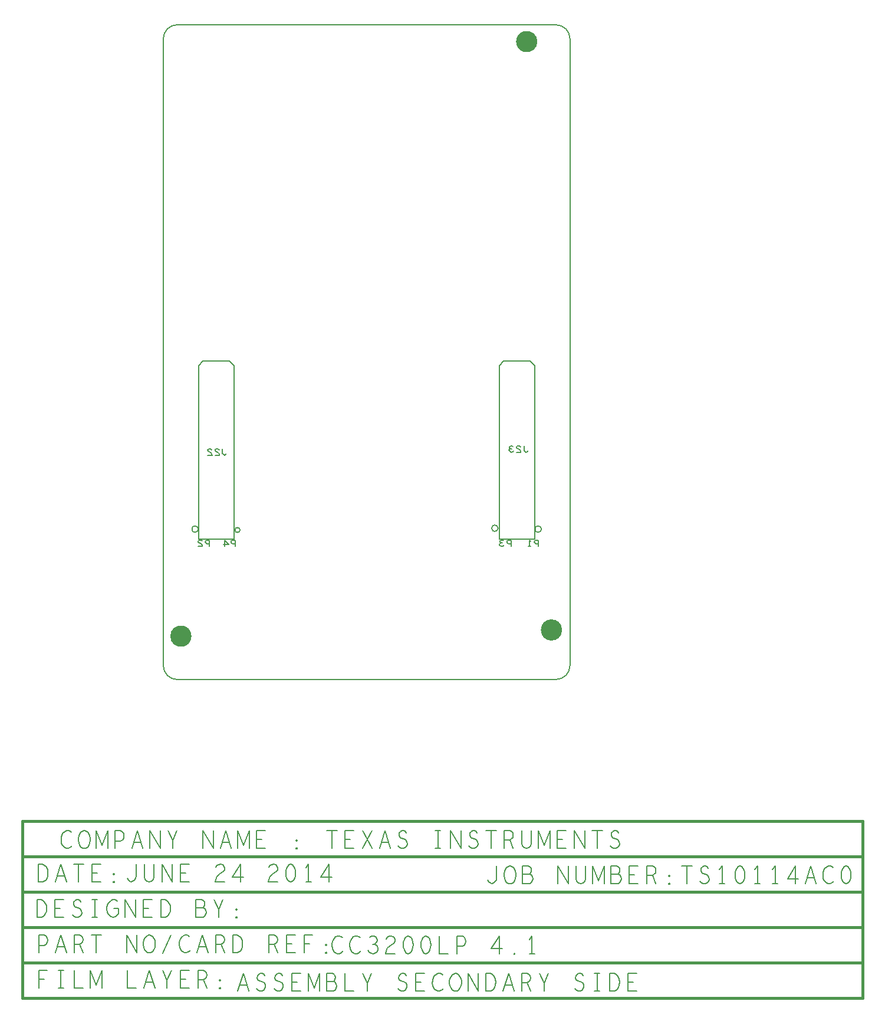
<source format=gbr>
G04 ================== begin FILE IDENTIFICATION RECORD ==================*
G04 Layout Name:  CC3200-LAUNCHXL_BRD_Rev4p1_20140624.brd*
G04 Film Name:    ASB.gbr*
G04 File Format:  Gerber RS274X*
G04 File Origin:  Cadence Allegro 16.6-P004*
G04 Origin Date:  Tue Jun 24 08:36:08 2014*
G04 *
G04 Layer:  REF DES/ASSEMBLY_BOTTOM*
G04 Layer:  PACKAGE GEOMETRY/ASSEMBLY_BOTTOM*
G04 Layer:  DRAWING FORMAT/ASB*
G04 Layer:  DRAWING FORMAT/FILM_LABEL_OUTLINE*
G04 Layer:  BOARD GEOMETRY/OUTLINE*
G04 Layer:  BOARD GEOMETRY/ASB*
G04 Layer:  BOARD GEOMETRY/AST*
G04 *
G04 Offset:    (0.0000 0.0000)*
G04 Mirror:    No*
G04 Mode:      Positive*
G04 Rotation:  0*
G04 FullContactRelief:  No*
G04 UndefLineWidth:     6.0000*
G04 ================== end FILE IDENTIFICATION RECORD ====================*
%FSLAX25Y25*MOIN*%
%IR0*IPPOS*OFA0.00000B0.00000*MIA0B0*SFA1.00000B1.00000*%
%ADD10C,.015*%
%ADD11C,.006*%
G75*
%LPD*%
G75*
G36*
G01X16000Y24500D02*
G02I-6000J0D01*
G37*
G36*
G01X225500Y28000D02*
G02I-6000J0D01*
G37*
G36*
G01X211500Y360500D02*
G02I-6000J0D01*
G37*
G54D10*
G01X-77102Y-80133D02*
X395398D01*
Y-180133D01*
X-79602D01*
Y-80133D01*
X-77102D01*
G01X-79602Y-160133D02*
X395398D01*
G01X-79602Y-140133D02*
X395398D01*
G01X-79602Y-120133D02*
X395398D01*
G01X-79602Y-100133D02*
X395398D01*
G54D11*
G01X40717Y75333D02*
Y78833D01*
X39317D01*
X38850Y78658D01*
X38500Y78250D01*
X38383Y77783D01*
X38500Y77317D01*
X38792Y76967D01*
X39317Y76792D01*
X40717D01*
G01X34750Y75333D02*
Y78833D01*
X36908Y76325D01*
X33992D01*
G01X26217Y75333D02*
Y78833D01*
X24817D01*
X24350Y78658D01*
X24000Y78250D01*
X23883Y77783D01*
X24000Y77317D01*
X24292Y76967D01*
X24817Y76792D01*
X26217D01*
G01X22058Y78250D02*
X21708Y78600D01*
X21300Y78775D01*
X20833Y78833D01*
X20250Y78717D01*
X19842Y78425D01*
X19725Y78075D01*
X19783Y77725D01*
X20017Y77433D01*
X21183Y76850D01*
X21708Y76442D01*
X22058Y75858D01*
X22175Y75333D01*
X19725D01*
G01X35767Y127533D02*
X35475Y127183D01*
X35125Y126950D01*
X34717Y126833D01*
X34250Y126950D01*
X33900Y127183D01*
X33550Y127533D01*
X33433Y128000D01*
Y130333D01*
G01X31608Y129750D02*
X31258Y130100D01*
X30850Y130275D01*
X30383Y130333D01*
X29800Y130217D01*
X29392Y129925D01*
X29275Y129575D01*
X29333Y129225D01*
X29567Y128933D01*
X30733Y128350D01*
X31258Y127942D01*
X31608Y127358D01*
X31725Y126833D01*
X29275D01*
G01X27508Y129750D02*
X27158Y130100D01*
X26750Y130275D01*
X26283Y130333D01*
X25700Y130217D01*
X25292Y129925D01*
X25175Y129575D01*
X25233Y129225D01*
X25467Y128933D01*
X26633Y128350D01*
X27158Y127942D01*
X27508Y127358D01*
X27625Y126833D01*
X25175D01*
G01X196717Y75333D02*
Y78833D01*
X195317D01*
X194850Y78658D01*
X194500Y78250D01*
X194383Y77783D01*
X194500Y77317D01*
X194792Y76967D01*
X195317Y76792D01*
X196717D01*
G01X192733Y76033D02*
X192383Y75625D01*
X191917Y75392D01*
X191392Y75333D01*
X190925Y75392D01*
X190458Y75683D01*
X190167Y76033D01*
X190108Y76383D01*
X190225Y76792D01*
X190633Y77083D01*
X191042Y77200D01*
X191567D01*
G01X191042D02*
X190692Y77375D01*
X190400Y77667D01*
X190283Y78017D01*
X190400Y78367D01*
X190692Y78658D01*
X191217Y78833D01*
X191742Y78775D01*
X192267Y78542D01*
G01X212217Y75333D02*
Y78833D01*
X210817D01*
X210350Y78658D01*
X210000Y78250D01*
X209883Y77783D01*
X210000Y77317D01*
X210292Y76967D01*
X210817Y76792D01*
X212217D01*
G01X206950Y75333D02*
Y78833D01*
X207650Y78133D01*
G01Y75333D02*
X206250D01*
G01X206267Y129200D02*
X205975Y128850D01*
X205625Y128617D01*
X205217Y128500D01*
X204750Y128617D01*
X204400Y128850D01*
X204050Y129200D01*
X203933Y129667D01*
Y132000D01*
G01X202108Y131417D02*
X201758Y131767D01*
X201350Y131942D01*
X200883Y132000D01*
X200300Y131883D01*
X199892Y131592D01*
X199775Y131242D01*
X199833Y130892D01*
X200067Y130600D01*
X201233Y130017D01*
X201758Y129608D01*
X202108Y129025D01*
X202225Y128500D01*
X199775D01*
G01X198183Y129200D02*
X197833Y128792D01*
X197367Y128558D01*
X196842Y128500D01*
X196375Y128558D01*
X195908Y128850D01*
X195617Y129200D01*
X195558Y129550D01*
X195675Y129958D01*
X196083Y130250D01*
X196492Y130367D01*
X197017D01*
G01X196492D02*
X196142Y130542D01*
X195850Y130833D01*
X195733Y131183D01*
X195850Y131533D01*
X196142Y131825D01*
X196667Y132000D01*
X197192Y131942D01*
X197717Y131708D01*
G01X-70227Y-174333D02*
Y-164333D01*
X-65477D01*
G01X-67227Y-169166D02*
X-70227D01*
G01X-59352Y-164333D02*
X-56352D01*
G01X-57852D02*
Y-174333D01*
G01X-59352D02*
X-56352D01*
G01X-50352Y-164333D02*
Y-174333D01*
X-45352D01*
G01X-41102D02*
Y-164333D01*
X-37852Y-172666D01*
X-34602Y-164333D01*
Y-174333D01*
G01X-20352Y-164333D02*
Y-174333D01*
X-15352D01*
G01X-10977D02*
X-7852Y-164333D01*
X-4727Y-174333D01*
G01X-5852Y-170833D02*
X-9852D01*
G01X2148Y-174333D02*
Y-169833D01*
X-352Y-164333D01*
G01X4648D02*
X2148Y-169833D01*
G01X14648Y-174333D02*
X9648D01*
Y-164333D01*
X14648D01*
G01X12648Y-169166D02*
X9648D01*
G01X19648Y-174333D02*
Y-164333D01*
X22773D01*
X23773Y-164833D01*
X24398Y-165500D01*
X24648Y-166833D01*
X24398Y-168166D01*
X23648Y-169000D01*
X22773Y-169500D01*
X19648D01*
G01X22773D02*
X24648Y-174333D01*
G01X32148Y-174666D02*
X31898Y-174500D01*
Y-174166D01*
X32148Y-174000D01*
X32398Y-174166D01*
Y-174500D01*
X32148Y-174666D01*
G01Y-170167D02*
X31898Y-170000D01*
Y-169666D01*
X32148Y-169500D01*
X32398Y-169666D01*
Y-170000D01*
X32148Y-170167D01*
G01X-70352Y-154333D02*
Y-144333D01*
X-67352D01*
X-66352Y-144833D01*
X-65602Y-146000D01*
X-65352Y-147333D01*
X-65602Y-148666D01*
X-66227Y-149666D01*
X-67352Y-150167D01*
X-70352D01*
G01X-60977Y-154333D02*
X-57852Y-144333D01*
X-54727Y-154333D01*
G01X-55852Y-150833D02*
X-59852D01*
G01X-50352Y-154333D02*
Y-144333D01*
X-47227D01*
X-46227Y-144833D01*
X-45602Y-145500D01*
X-45352Y-146833D01*
X-45602Y-148166D01*
X-46352Y-149000D01*
X-47227Y-149500D01*
X-50352D01*
G01X-47227D02*
X-45352Y-154333D01*
G01X-37852Y-144333D02*
Y-154333D01*
G01X-40727Y-144333D02*
X-34977D01*
G01X-20727Y-154333D02*
Y-144333D01*
X-14977Y-154333D01*
Y-144333D01*
G01X-7852Y-154333D02*
X-8852Y-154166D01*
X-9727Y-153500D01*
X-10477Y-152500D01*
X-10977Y-151333D01*
X-11227Y-150000D01*
Y-148666D01*
X-10977Y-147333D01*
X-10477Y-146166D01*
X-9727Y-145166D01*
X-8852Y-144500D01*
X-7852Y-144333D01*
X-6852Y-144500D01*
X-5977Y-145166D01*
X-5227Y-146166D01*
X-4727Y-147333D01*
X-4477Y-148666D01*
Y-150000D01*
X-4727Y-151333D01*
X-5227Y-152500D01*
X-5977Y-153500D01*
X-6852Y-154166D01*
X-7852Y-154333D01*
G01X-102Y-154666D02*
X4398Y-144333D01*
G01X14898Y-145166D02*
X14148Y-144666D01*
X13273Y-144333D01*
X12273D01*
X11148Y-144833D01*
X10273Y-145666D01*
X9648Y-146666D01*
X9148Y-148333D01*
X9023Y-149833D01*
X9273Y-151333D01*
X9648Y-152333D01*
X10398Y-153333D01*
X11273Y-154000D01*
X12148Y-154333D01*
X13023D01*
X13898Y-154000D01*
X14648Y-153500D01*
X15273Y-152833D01*
G01X19023Y-154333D02*
X22148Y-144333D01*
X25273Y-154333D01*
G01X24148Y-150833D02*
X20148D01*
G01X29648Y-154333D02*
Y-144333D01*
X32773D01*
X33773Y-144833D01*
X34398Y-145500D01*
X34648Y-146833D01*
X34398Y-148166D01*
X33648Y-149000D01*
X32773Y-149500D01*
X29648D01*
G01X32773D02*
X34648Y-154333D01*
G01X39398D02*
Y-144333D01*
X41898D01*
X42898Y-144833D01*
X43648Y-145500D01*
X44273Y-146500D01*
X44773Y-147667D01*
X44898Y-149333D01*
X44773Y-151000D01*
X44273Y-152166D01*
X43648Y-153167D01*
X42898Y-153833D01*
X41898Y-154333D01*
X39398D01*
G01X59648D02*
Y-144333D01*
X62773D01*
X63773Y-144833D01*
X64398Y-145500D01*
X64648Y-146833D01*
X64398Y-148166D01*
X63648Y-149000D01*
X62773Y-149500D01*
X59648D01*
G01X62773D02*
X64648Y-154333D01*
G01X74648D02*
X69648D01*
Y-144333D01*
X74648D01*
G01X72648Y-149166D02*
X69648D01*
G01X79773Y-154333D02*
Y-144333D01*
X84523D01*
G01X82773Y-149166D02*
X79773D01*
G01X92148Y-154666D02*
X91898Y-154500D01*
Y-154166D01*
X92148Y-154000D01*
X92398Y-154166D01*
Y-154500D01*
X92148Y-154666D01*
G01Y-150167D02*
X91898Y-150000D01*
Y-149666D01*
X92148Y-149500D01*
X92398Y-149666D01*
Y-150000D01*
X92148Y-150167D01*
G01X-71352Y-134463D02*
Y-124463D01*
X-68852D01*
X-67852Y-124963D01*
X-67102Y-125630D01*
X-66477Y-126630D01*
X-65977Y-127797D01*
X-65852Y-129463D01*
X-65977Y-131130D01*
X-66477Y-132296D01*
X-67102Y-133297D01*
X-67852Y-133963D01*
X-68852Y-134463D01*
X-71352D01*
G01X-56102D02*
X-61102D01*
Y-124463D01*
X-56102D01*
G01X-58102Y-129296D02*
X-61102D01*
G01X-51227Y-133130D02*
X-50227Y-133963D01*
X-49102Y-134463D01*
X-48102D01*
X-47102Y-133963D01*
X-46352Y-133130D01*
X-45977Y-131963D01*
X-46227Y-130797D01*
X-46852Y-129796D01*
X-47977Y-129130D01*
X-49477Y-128796D01*
X-50352Y-128130D01*
X-50727Y-126963D01*
X-50477Y-125796D01*
X-49852Y-124963D01*
X-48977Y-124463D01*
X-48102D01*
X-47227Y-124796D01*
X-46477Y-125630D01*
G01X-40102Y-124463D02*
X-37102D01*
G01X-38602D02*
Y-134463D01*
G01X-40102D02*
X-37102D01*
G01X-27852Y-129463D02*
X-25352D01*
Y-132463D01*
X-26102Y-133463D01*
X-26977Y-134130D01*
X-28227Y-134463D01*
X-29477Y-134130D01*
X-30352Y-133463D01*
X-31102Y-132463D01*
X-31602Y-131296D01*
X-31852Y-129963D01*
Y-128796D01*
X-31602Y-127797D01*
X-31102Y-126630D01*
X-30352Y-125630D01*
X-29602Y-124963D01*
X-28602Y-124463D01*
X-27727D01*
X-26727Y-124796D01*
X-25977Y-125463D01*
G01X-21477Y-134463D02*
Y-124463D01*
X-15727Y-134463D01*
Y-124463D01*
G01X-6102Y-134463D02*
X-11102D01*
Y-124463D01*
X-6102D01*
G01X-8102Y-129296D02*
X-11102D01*
G01X-1352Y-134463D02*
Y-124463D01*
X1148D01*
X2148Y-124963D01*
X2898Y-125630D01*
X3523Y-126630D01*
X4023Y-127797D01*
X4148Y-129463D01*
X4023Y-131130D01*
X3523Y-132296D01*
X2898Y-133297D01*
X2148Y-133963D01*
X1148Y-134463D01*
X-1352D01*
G01X22398Y-129130D02*
X22898Y-128630D01*
X23273Y-127797D01*
X23523Y-126630D01*
X23273Y-125630D01*
X22773Y-124963D01*
X21898Y-124463D01*
X18523D01*
Y-134463D01*
X22648D01*
X23523Y-133796D01*
X24023Y-132796D01*
X24273Y-131630D01*
X24023Y-130463D01*
X23273Y-129463D01*
X22398Y-129130D01*
X18523D01*
G01X31398Y-134463D02*
Y-129963D01*
X28898Y-124463D01*
G01X33898D02*
X31398Y-129963D01*
G01X41398Y-134796D02*
X41148Y-134630D01*
Y-134296D01*
X41398Y-134130D01*
X41648Y-134296D01*
Y-134630D01*
X41398Y-134796D01*
G01Y-130297D02*
X41148Y-130130D01*
Y-129796D01*
X41398Y-129630D01*
X41648Y-129796D01*
Y-130130D01*
X41398Y-130297D01*
G01X-70602Y-114333D02*
Y-104333D01*
X-68102D01*
X-67102Y-104833D01*
X-66352Y-105500D01*
X-65727Y-106500D01*
X-65227Y-107667D01*
X-65102Y-109333D01*
X-65227Y-111000D01*
X-65727Y-112166D01*
X-66352Y-113167D01*
X-67102Y-113833D01*
X-68102Y-114333D01*
X-70602D01*
G01X-60977D02*
X-57852Y-104333D01*
X-54727Y-114333D01*
G01X-55852Y-110833D02*
X-59852D01*
G01X-47852Y-104333D02*
Y-114333D01*
G01X-50727Y-104333D02*
X-44977D01*
G01X-35352Y-114333D02*
X-40352D01*
Y-104333D01*
X-35352D01*
G01X-37352Y-109166D02*
X-40352D01*
G01X-27852Y-114666D02*
X-28102Y-114500D01*
Y-114166D01*
X-27852Y-114000D01*
X-27602Y-114166D01*
Y-114500D01*
X-27852Y-114666D01*
G01Y-110167D02*
X-28102Y-110000D01*
Y-109666D01*
X-27852Y-109500D01*
X-27602Y-109666D01*
Y-110000D01*
X-27852Y-110167D01*
G01X-20352Y-112333D02*
X-19727Y-113333D01*
X-18977Y-114000D01*
X-18102Y-114333D01*
X-17102Y-114000D01*
X-16352Y-113333D01*
X-15602Y-112333D01*
X-15352Y-111000D01*
Y-104333D01*
G01X-10602D02*
Y-111500D01*
X-10102Y-113000D01*
X-9102Y-114000D01*
X-7852Y-114333D01*
X-6602Y-114000D01*
X-5602Y-113000D01*
X-5102Y-111500D01*
Y-104333D01*
G01X-727Y-114333D02*
Y-104333D01*
X5023Y-114333D01*
Y-104333D01*
G01X14648Y-114333D02*
X9648D01*
Y-104333D01*
X14648D01*
G01X12648Y-109166D02*
X9648D01*
G01X29773Y-106000D02*
X30523Y-105000D01*
X31398Y-104500D01*
X32398Y-104333D01*
X33648Y-104666D01*
X34523Y-105500D01*
X34773Y-106500D01*
X34648Y-107500D01*
X34148Y-108333D01*
X31648Y-110000D01*
X30523Y-111166D01*
X29773Y-112833D01*
X29523Y-114333D01*
X34773D01*
G01X43648D02*
Y-104333D01*
X39023Y-111500D01*
X45273D01*
G01X59773Y-106000D02*
X60523Y-105000D01*
X61398Y-104500D01*
X62398Y-104333D01*
X63648Y-104666D01*
X64523Y-105500D01*
X64773Y-106500D01*
X64648Y-107500D01*
X64148Y-108333D01*
X61648Y-110000D01*
X60523Y-111166D01*
X59773Y-112833D01*
X59523Y-114333D01*
X64773D01*
G01X72148Y-104333D02*
X71148Y-104666D01*
X70398Y-105500D01*
X69898Y-106500D01*
X69523Y-107833D01*
X69398Y-109333D01*
X69523Y-110833D01*
X69898Y-112166D01*
X70398Y-113167D01*
X71148Y-114000D01*
X72148Y-114333D01*
X73148Y-114000D01*
X73898Y-113167D01*
X74398Y-112166D01*
X74773Y-110833D01*
X74898Y-109333D01*
X74773Y-107833D01*
X74398Y-106500D01*
X73898Y-105500D01*
X73148Y-104666D01*
X72148Y-104333D01*
G01X82148Y-114333D02*
Y-104333D01*
X80648Y-106333D01*
G01Y-114333D02*
X83648D01*
G01X93648D02*
Y-104333D01*
X89023Y-111500D01*
X95273D01*
G01X-51852Y-86296D02*
X-52602Y-85796D01*
X-53477Y-85463D01*
X-54477D01*
X-55602Y-85963D01*
X-56477Y-86796D01*
X-57102Y-87796D01*
X-57602Y-89463D01*
X-57727Y-90963D01*
X-57477Y-92463D01*
X-57102Y-93463D01*
X-56352Y-94463D01*
X-55477Y-95130D01*
X-54602Y-95463D01*
X-53727D01*
X-52852Y-95130D01*
X-52102Y-94630D01*
X-51477Y-93963D01*
G01X-44602Y-95463D02*
X-45602Y-95296D01*
X-46477Y-94630D01*
X-47227Y-93630D01*
X-47727Y-92463D01*
X-47977Y-91130D01*
Y-89796D01*
X-47727Y-88463D01*
X-47227Y-87296D01*
X-46477Y-86296D01*
X-45602Y-85630D01*
X-44602Y-85463D01*
X-43602Y-85630D01*
X-42727Y-86296D01*
X-41977Y-87296D01*
X-41477Y-88463D01*
X-41227Y-89796D01*
Y-91130D01*
X-41477Y-92463D01*
X-41977Y-93630D01*
X-42727Y-94630D01*
X-43602Y-95296D01*
X-44602Y-95463D01*
G01X-37852D02*
Y-85463D01*
X-34602Y-93796D01*
X-31352Y-85463D01*
Y-95463D01*
G01X-27102D02*
Y-85463D01*
X-24102D01*
X-23102Y-85963D01*
X-22352Y-87130D01*
X-22102Y-88463D01*
X-22352Y-89796D01*
X-22977Y-90796D01*
X-24102Y-91297D01*
X-27102D01*
G01X-17727Y-95463D02*
X-14602Y-85463D01*
X-11477Y-95463D01*
G01X-12602Y-91963D02*
X-16602D01*
G01X-7477Y-95463D02*
Y-85463D01*
X-1727Y-95463D01*
Y-85463D01*
G01X5398Y-95463D02*
Y-90963D01*
X2898Y-85463D01*
G01X7898D02*
X5398Y-90963D01*
G01X22523Y-95463D02*
Y-85463D01*
X28273Y-95463D01*
Y-85463D01*
G01X32273Y-95463D02*
X35398Y-85463D01*
X38523Y-95463D01*
G01X37398Y-91963D02*
X33398D01*
G01X42148Y-95463D02*
Y-85463D01*
X45398Y-93796D01*
X48648Y-85463D01*
Y-95463D01*
G01X57898D02*
X52898D01*
Y-85463D01*
X57898D01*
G01X55898Y-90296D02*
X52898D01*
G01X75398Y-95796D02*
X75148Y-95630D01*
Y-95296D01*
X75398Y-95130D01*
X75648Y-95296D01*
Y-95630D01*
X75398Y-95796D01*
G01Y-91297D02*
X75148Y-91130D01*
Y-90796D01*
X75398Y-90630D01*
X75648Y-90796D01*
Y-91130D01*
X75398Y-91297D01*
G01X95398Y-85463D02*
Y-95463D01*
G01X92523Y-85463D02*
X98273D01*
G01X107898Y-95463D02*
X102898D01*
Y-85463D01*
X107898D01*
G01X105898Y-90296D02*
X102898D01*
G01X112773Y-95463D02*
X118023Y-85463D01*
G01X112773D02*
X118023Y-95463D01*
G01X122273D02*
X125398Y-85463D01*
X128523Y-95463D01*
G01X127398Y-91963D02*
X123398D01*
G01X132773Y-94130D02*
X133773Y-94963D01*
X134898Y-95463D01*
X135898D01*
X136898Y-94963D01*
X137648Y-94130D01*
X138023Y-92963D01*
X137773Y-91797D01*
X137148Y-90796D01*
X136023Y-90130D01*
X134523Y-89796D01*
X133648Y-89130D01*
X133273Y-87963D01*
X133523Y-86796D01*
X134148Y-85963D01*
X135023Y-85463D01*
X135898D01*
X136773Y-85796D01*
X137523Y-86630D01*
G01X153898Y-85463D02*
X156898D01*
G01X155398D02*
Y-95463D01*
G01X153898D02*
X156898D01*
G01X162523D02*
Y-85463D01*
X168273Y-95463D01*
Y-85463D01*
G01X172773Y-94130D02*
X173773Y-94963D01*
X174898Y-95463D01*
X175898D01*
X176898Y-94963D01*
X177648Y-94130D01*
X178023Y-92963D01*
X177773Y-91797D01*
X177148Y-90796D01*
X176023Y-90130D01*
X174523Y-89796D01*
X173648Y-89130D01*
X173273Y-87963D01*
X173523Y-86796D01*
X174148Y-85963D01*
X175023Y-85463D01*
X175898D01*
X176773Y-85796D01*
X177523Y-86630D01*
G01X185398Y-85463D02*
Y-95463D01*
G01X182523Y-85463D02*
X188273D01*
G01X192898Y-95463D02*
Y-85463D01*
X196023D01*
X197023Y-85963D01*
X197648Y-86630D01*
X197898Y-87963D01*
X197648Y-89296D01*
X196898Y-90130D01*
X196023Y-90630D01*
X192898D01*
G01X196023D02*
X197898Y-95463D01*
G01X202648Y-85463D02*
Y-92630D01*
X203148Y-94130D01*
X204148Y-95130D01*
X205398Y-95463D01*
X206648Y-95130D01*
X207648Y-94130D01*
X208148Y-92630D01*
Y-85463D01*
G01X212148Y-95463D02*
Y-85463D01*
X215398Y-93796D01*
X218648Y-85463D01*
Y-95463D01*
G01X227898D02*
X222898D01*
Y-85463D01*
X227898D01*
G01X225898Y-90296D02*
X222898D01*
G01X232523Y-95463D02*
Y-85463D01*
X238273Y-95463D01*
Y-85463D01*
G01X245398D02*
Y-95463D01*
G01X242523Y-85463D02*
X248273D01*
G01X252773Y-94130D02*
X253773Y-94963D01*
X254898Y-95463D01*
X255898D01*
X256898Y-94963D01*
X257648Y-94130D01*
X258023Y-92963D01*
X257773Y-91797D01*
X257148Y-90796D01*
X256023Y-90130D01*
X254523Y-89796D01*
X253648Y-89130D01*
X253273Y-87963D01*
X253523Y-86796D01*
X254148Y-85963D01*
X255023Y-85463D01*
X255898D01*
X256773Y-85796D01*
X257523Y-86630D01*
G01X8000Y0D02*
X222000D01*
G03X230000Y8000I0J8000D01*
G01Y362000D01*
G03X222000Y370000I-8000J0D01*
G01X8000D01*
G03X0Y362000I0J-8000D01*
G01Y8000D01*
G03X8000Y0I8000J0D01*
G01X19803Y85000D02*
G03I-1803J0D01*
G01X22500Y180000D02*
X37500D01*
X40000Y177500D01*
Y79500D01*
X20000D01*
Y177500D01*
X22500Y180000D01*
G01X42125Y-176000D02*
X45250Y-166000D01*
X48375Y-176000D01*
G01X47250Y-172500D02*
X43250D01*
G01X52625Y-174667D02*
X53625Y-175500D01*
X54750Y-176000D01*
X55750D01*
X56750Y-175500D01*
X57500Y-174667D01*
X57875Y-173500D01*
X57625Y-172334D01*
X57000Y-171333D01*
X55875Y-170667D01*
X54375Y-170333D01*
X53500Y-169667D01*
X53125Y-168500D01*
X53375Y-167333D01*
X54000Y-166500D01*
X54875Y-166000D01*
X55750D01*
X56625Y-166333D01*
X57375Y-167167D01*
G01X62625Y-174667D02*
X63625Y-175500D01*
X64750Y-176000D01*
X65750D01*
X66750Y-175500D01*
X67500Y-174667D01*
X67875Y-173500D01*
X67625Y-172334D01*
X67000Y-171333D01*
X65875Y-170667D01*
X64375Y-170333D01*
X63500Y-169667D01*
X63125Y-168500D01*
X63375Y-167333D01*
X64000Y-166500D01*
X64875Y-166000D01*
X65750D01*
X66625Y-166333D01*
X67375Y-167167D01*
G01X77750Y-176000D02*
X72750D01*
Y-166000D01*
X77750D01*
G01X75750Y-170833D02*
X72750D01*
G01X82000Y-176000D02*
Y-166000D01*
X85250Y-174333D01*
X88500Y-166000D01*
Y-176000D01*
G01X96250Y-170667D02*
X96750Y-170167D01*
X97125Y-169334D01*
X97375Y-168167D01*
X97125Y-167167D01*
X96625Y-166500D01*
X95750Y-166000D01*
X92375D01*
Y-176000D01*
X96500D01*
X97375Y-175333D01*
X97875Y-174333D01*
X98125Y-173167D01*
X97875Y-172000D01*
X97125Y-171000D01*
X96250Y-170667D01*
X92375D01*
G01X102750Y-166000D02*
Y-176000D01*
X107750D01*
G01X115250D02*
Y-171500D01*
X112750Y-166000D01*
G01X117750D02*
X115250Y-171500D01*
G01X132625Y-174667D02*
X133625Y-175500D01*
X134750Y-176000D01*
X135750D01*
X136750Y-175500D01*
X137500Y-174667D01*
X137875Y-173500D01*
X137625Y-172334D01*
X137000Y-171333D01*
X135875Y-170667D01*
X134375Y-170333D01*
X133500Y-169667D01*
X133125Y-168500D01*
X133375Y-167333D01*
X134000Y-166500D01*
X134875Y-166000D01*
X135750D01*
X136625Y-166333D01*
X137375Y-167167D01*
G01X147750Y-176000D02*
X142750D01*
Y-166000D01*
X147750D01*
G01X145750Y-170833D02*
X142750D01*
G01X158000Y-166833D02*
X157250Y-166333D01*
X156375Y-166000D01*
X155375D01*
X154250Y-166500D01*
X153375Y-167333D01*
X152750Y-168333D01*
X152250Y-170000D01*
X152125Y-171500D01*
X152375Y-173000D01*
X152750Y-174000D01*
X153500Y-175000D01*
X154375Y-175667D01*
X155250Y-176000D01*
X156125D01*
X157000Y-175667D01*
X157750Y-175167D01*
X158375Y-174500D01*
G01X165250Y-176000D02*
X164250Y-175833D01*
X163375Y-175167D01*
X162625Y-174167D01*
X162125Y-173000D01*
X161875Y-171667D01*
Y-170333D01*
X162125Y-169000D01*
X162625Y-167833D01*
X163375Y-166833D01*
X164250Y-166167D01*
X165250Y-166000D01*
X166250Y-166167D01*
X167125Y-166833D01*
X167875Y-167833D01*
X168375Y-169000D01*
X168625Y-170333D01*
Y-171667D01*
X168375Y-173000D01*
X167875Y-174167D01*
X167125Y-175167D01*
X166250Y-175833D01*
X165250Y-176000D01*
G01X172375D02*
Y-166000D01*
X178125Y-176000D01*
Y-166000D01*
G01X182500Y-176000D02*
Y-166000D01*
X185000D01*
X186000Y-166500D01*
X186750Y-167167D01*
X187375Y-168167D01*
X187875Y-169334D01*
X188000Y-171000D01*
X187875Y-172667D01*
X187375Y-173833D01*
X186750Y-174834D01*
X186000Y-175500D01*
X185000Y-176000D01*
X182500D01*
G01X192125D02*
X195250Y-166000D01*
X198375Y-176000D01*
G01X197250Y-172500D02*
X193250D01*
G01X202750Y-176000D02*
Y-166000D01*
X205875D01*
X206875Y-166500D01*
X207500Y-167167D01*
X207750Y-168500D01*
X207500Y-169833D01*
X206750Y-170667D01*
X205875Y-171167D01*
X202750D01*
G01X205875D02*
X207750Y-176000D01*
G01X215250D02*
Y-171500D01*
X212750Y-166000D01*
G01X217750D02*
X215250Y-171500D01*
G01X232625Y-174667D02*
X233625Y-175500D01*
X234750Y-176000D01*
X235750D01*
X236750Y-175500D01*
X237500Y-174667D01*
X237875Y-173500D01*
X237625Y-172334D01*
X237000Y-171333D01*
X235875Y-170667D01*
X234375Y-170333D01*
X233500Y-169667D01*
X233125Y-168500D01*
X233375Y-167333D01*
X234000Y-166500D01*
X234875Y-166000D01*
X235750D01*
X236625Y-166333D01*
X237375Y-167167D01*
G01X243750Y-166000D02*
X246750D01*
G01X245250D02*
Y-176000D01*
G01X243750D02*
X246750D01*
G01X252500D02*
Y-166000D01*
X255000D01*
X256000Y-166500D01*
X256750Y-167167D01*
X257375Y-168167D01*
X257875Y-169334D01*
X258000Y-171000D01*
X257875Y-172667D01*
X257375Y-173833D01*
X256750Y-174834D01*
X256000Y-175500D01*
X255000Y-176000D01*
X252500D01*
G01X267750D02*
X262750D01*
Y-166000D01*
X267750D01*
G01X265750Y-170833D02*
X262750D01*
G01X43414Y84500D02*
G03I-1414J0D01*
G01X101250Y-145667D02*
X100500Y-145167D01*
X99625Y-144833D01*
X98625D01*
X97500Y-145334D01*
X96625Y-146167D01*
X96000Y-147167D01*
X95500Y-148833D01*
X95375Y-150333D01*
X95625Y-151833D01*
X96000Y-152833D01*
X96750Y-153834D01*
X97625Y-154500D01*
X98500Y-154833D01*
X99375D01*
X100250Y-154500D01*
X101000Y-154000D01*
X101625Y-153334D01*
G01X111250Y-145667D02*
X110500Y-145167D01*
X109625Y-144833D01*
X108625D01*
X107500Y-145334D01*
X106625Y-146167D01*
X106000Y-147167D01*
X105500Y-148833D01*
X105375Y-150333D01*
X105625Y-151833D01*
X106000Y-152833D01*
X106750Y-153834D01*
X107625Y-154500D01*
X108500Y-154833D01*
X109375D01*
X110250Y-154500D01*
X111000Y-154000D01*
X111625Y-153334D01*
G01X115750Y-152833D02*
X116500Y-154000D01*
X117500Y-154667D01*
X118625Y-154833D01*
X119625Y-154667D01*
X120625Y-153834D01*
X121250Y-152833D01*
X121375Y-151833D01*
X121125Y-150667D01*
X120250Y-149833D01*
X119375Y-149500D01*
X118250D01*
G01X119375D02*
X120125Y-149000D01*
X120750Y-148167D01*
X121000Y-147167D01*
X120750Y-146167D01*
X120125Y-145334D01*
X119000Y-144833D01*
X117875Y-145000D01*
X116750Y-145667D01*
G01X126125Y-146500D02*
X126875Y-145500D01*
X127750Y-145000D01*
X128750Y-144833D01*
X130000Y-145167D01*
X130875Y-146000D01*
X131125Y-147000D01*
X131000Y-148000D01*
X130500Y-148833D01*
X128000Y-150500D01*
X126875Y-151667D01*
X126125Y-153334D01*
X125875Y-154833D01*
X131125D01*
G01X138500Y-144833D02*
X137500Y-145167D01*
X136750Y-146000D01*
X136250Y-147000D01*
X135875Y-148334D01*
X135750Y-149833D01*
X135875Y-151333D01*
X136250Y-152667D01*
X136750Y-153667D01*
X137500Y-154500D01*
X138500Y-154833D01*
X139500Y-154500D01*
X140250Y-153667D01*
X140750Y-152667D01*
X141125Y-151333D01*
X141250Y-149833D01*
X141125Y-148334D01*
X140750Y-147000D01*
X140250Y-146000D01*
X139500Y-145167D01*
X138500Y-144833D01*
G01X148500D02*
X147500Y-145167D01*
X146750Y-146000D01*
X146250Y-147000D01*
X145875Y-148334D01*
X145750Y-149833D01*
X145875Y-151333D01*
X146250Y-152667D01*
X146750Y-153667D01*
X147500Y-154500D01*
X148500Y-154833D01*
X149500Y-154500D01*
X150250Y-153667D01*
X150750Y-152667D01*
X151125Y-151333D01*
X151250Y-149833D01*
X151125Y-148334D01*
X150750Y-147000D01*
X150250Y-146000D01*
X149500Y-145167D01*
X148500Y-144833D01*
G01X156000D02*
Y-154833D01*
X161000D01*
G01X166000D02*
Y-144833D01*
X169000D01*
X170000Y-145334D01*
X170750Y-146500D01*
X171000Y-147833D01*
X170750Y-149167D01*
X170125Y-150167D01*
X169000Y-150667D01*
X166000D01*
G01X190000Y-154833D02*
Y-144833D01*
X185375Y-152000D01*
X191625D01*
G01X198500Y-155167D02*
X198250Y-155000D01*
Y-154667D01*
X198500Y-154500D01*
X198750Y-154667D01*
Y-155000D01*
X198500Y-155167D01*
G01X208500Y-154833D02*
Y-144833D01*
X207000Y-146833D01*
G01Y-154833D02*
X210000D01*
G01X183550Y-113400D02*
X184175Y-114400D01*
X184925Y-115067D01*
X185800Y-115400D01*
X186800Y-115067D01*
X187550Y-114400D01*
X188300Y-113400D01*
X188550Y-112067D01*
Y-105400D01*
G01X196050Y-115400D02*
X195050Y-115233D01*
X194175Y-114567D01*
X193425Y-113567D01*
X192925Y-112400D01*
X192675Y-111067D01*
Y-109733D01*
X192925Y-108400D01*
X193425Y-107233D01*
X194175Y-106233D01*
X195050Y-105567D01*
X196050Y-105400D01*
X197050Y-105567D01*
X197925Y-106233D01*
X198675Y-107233D01*
X199175Y-108400D01*
X199425Y-109733D01*
Y-111067D01*
X199175Y-112400D01*
X198675Y-113567D01*
X197925Y-114567D01*
X197050Y-115233D01*
X196050Y-115400D01*
G01X207050Y-110067D02*
X207550Y-109567D01*
X207925Y-108734D01*
X208175Y-107567D01*
X207925Y-106567D01*
X207425Y-105900D01*
X206550Y-105400D01*
X203175D01*
Y-115400D01*
X207300D01*
X208175Y-114733D01*
X208675Y-113733D01*
X208925Y-112567D01*
X208675Y-111400D01*
X207925Y-110400D01*
X207050Y-110067D01*
X203175D01*
G01X223175Y-115400D02*
Y-105400D01*
X228925Y-115400D01*
Y-105400D01*
G01X233300D02*
Y-112567D01*
X233800Y-114067D01*
X234800Y-115067D01*
X236050Y-115400D01*
X237300Y-115067D01*
X238300Y-114067D01*
X238800Y-112567D01*
Y-105400D01*
G01X242800Y-115400D02*
Y-105400D01*
X246050Y-113733D01*
X249300Y-105400D01*
Y-115400D01*
G01X257050Y-110067D02*
X257550Y-109567D01*
X257925Y-108734D01*
X258175Y-107567D01*
X257925Y-106567D01*
X257425Y-105900D01*
X256550Y-105400D01*
X253175D01*
Y-115400D01*
X257300D01*
X258175Y-114733D01*
X258675Y-113733D01*
X258925Y-112567D01*
X258675Y-111400D01*
X257925Y-110400D01*
X257050Y-110067D01*
X253175D01*
G01X268550Y-115400D02*
X263550D01*
Y-105400D01*
X268550D01*
G01X266550Y-110233D02*
X263550D01*
G01X273550Y-115400D02*
Y-105400D01*
X276675D01*
X277675Y-105900D01*
X278300Y-106567D01*
X278550Y-107900D01*
X278300Y-109233D01*
X277550Y-110067D01*
X276675Y-110567D01*
X273550D01*
G01X276675D02*
X278550Y-115400D01*
G01X286050Y-115733D02*
X285800Y-115567D01*
Y-115233D01*
X286050Y-115067D01*
X286300Y-115233D01*
Y-115567D01*
X286050Y-115733D01*
G01Y-111234D02*
X285800Y-111067D01*
Y-110733D01*
X286050Y-110567D01*
X286300Y-110733D01*
Y-111067D01*
X286050Y-111234D01*
G01X296050Y-105400D02*
Y-115400D01*
G01X293175Y-105400D02*
X298925D01*
G01X303425Y-114067D02*
X304425Y-114900D01*
X305550Y-115400D01*
X306550D01*
X307550Y-114900D01*
X308300Y-114067D01*
X308675Y-112900D01*
X308425Y-111734D01*
X307800Y-110733D01*
X306675Y-110067D01*
X305175Y-109733D01*
X304300Y-109067D01*
X303925Y-107900D01*
X304175Y-106733D01*
X304800Y-105900D01*
X305675Y-105400D01*
X306550D01*
X307425Y-105733D01*
X308175Y-106567D01*
G01X316050Y-115400D02*
Y-105400D01*
X314550Y-107400D01*
G01Y-115400D02*
X317550D01*
G01X326050Y-105400D02*
X325050Y-105733D01*
X324300Y-106567D01*
X323800Y-107567D01*
X323425Y-108900D01*
X323300Y-110400D01*
X323425Y-111900D01*
X323800Y-113233D01*
X324300Y-114234D01*
X325050Y-115067D01*
X326050Y-115400D01*
X327050Y-115067D01*
X327800Y-114234D01*
X328300Y-113233D01*
X328675Y-111900D01*
X328800Y-110400D01*
X328675Y-108900D01*
X328300Y-107567D01*
X327800Y-106567D01*
X327050Y-105733D01*
X326050Y-105400D01*
G01X336050Y-115400D02*
Y-105400D01*
X334550Y-107400D01*
G01Y-115400D02*
X337550D01*
G01X346050D02*
Y-105400D01*
X344550Y-107400D01*
G01Y-115400D02*
X347550D01*
G01X357550D02*
Y-105400D01*
X352925Y-112567D01*
X359175D01*
G01X362925Y-115400D02*
X366050Y-105400D01*
X369175Y-115400D01*
G01X368050Y-111900D02*
X364050D01*
G01X378800Y-106233D02*
X378050Y-105733D01*
X377175Y-105400D01*
X376175D01*
X375050Y-105900D01*
X374175Y-106733D01*
X373550Y-107733D01*
X373050Y-109400D01*
X372925Y-110900D01*
X373175Y-112400D01*
X373550Y-113400D01*
X374300Y-114400D01*
X375175Y-115067D01*
X376050Y-115400D01*
X376925D01*
X377800Y-115067D01*
X378550Y-114567D01*
X379175Y-113900D01*
G01X386050Y-105400D02*
X385050Y-105733D01*
X384300Y-106567D01*
X383800Y-107567D01*
X383425Y-108900D01*
X383300Y-110400D01*
X383425Y-111900D01*
X383800Y-113233D01*
X384300Y-114234D01*
X385050Y-115067D01*
X386050Y-115400D01*
X387050Y-115067D01*
X387800Y-114234D01*
X388300Y-113233D01*
X388675Y-111900D01*
X388800Y-110400D01*
X388675Y-108900D01*
X388300Y-107567D01*
X387800Y-106567D01*
X387050Y-105733D01*
X386050Y-105400D01*
G01X192500Y180000D02*
X207500D01*
X210000Y177500D01*
Y79500D01*
X190000D01*
Y177500D01*
X192500Y180000D01*
G01X189303Y85500D02*
G03I-1803J0D01*
G01X213803Y85000D02*
G03I-1803J0D01*
M02*

</source>
